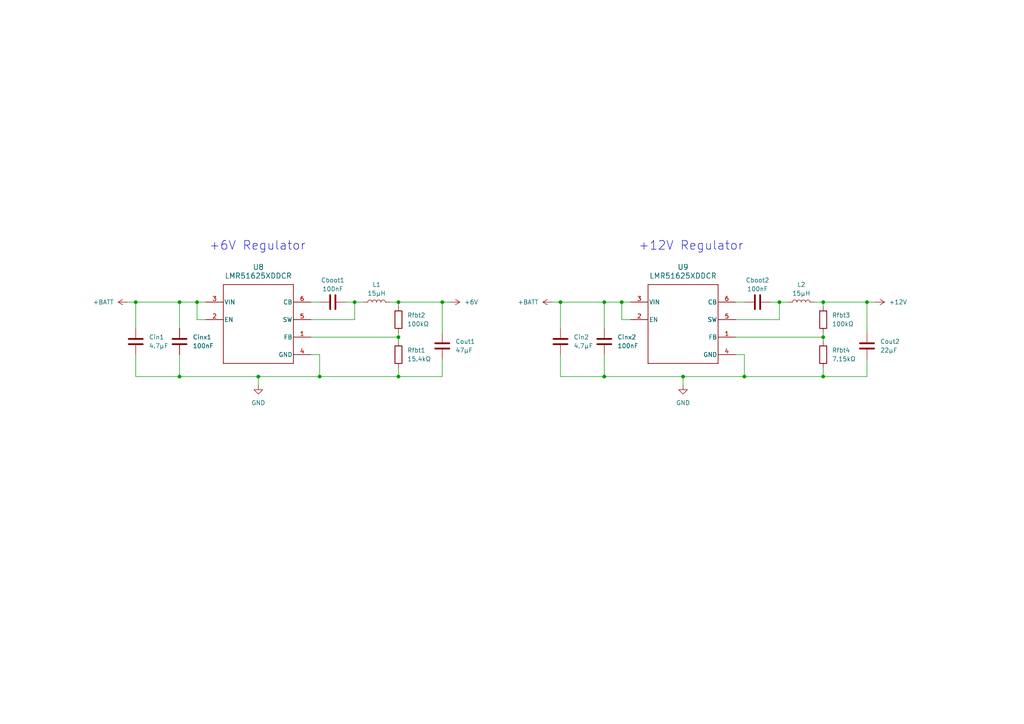
<source format=kicad_sch>
(kicad_sch (version 20250114) (generator "eeschema") (generator_version "9.0")
  (paper "A4")
  (title_block (title "Solenoid Control Board Voltage Regulators"))
  (lib_symbols
    (symbol "Device:C" (pin_numbers (hide yes)) (pin_names (offset 0.254))
      (property "Reference" "C" (at 0.635 2.54 0))
      (property "Value" "C" (at 0.635 -2.54 0))
      (symbol "C_0_1"
        (polyline (pts (xy -2.032 0.762) (xy 2.032 0.762)) (stroke (width 0.508)))
        (polyline (pts (xy -2.032 -0.762) (xy 2.032 -0.762)) (stroke (width 0.508)))
      )
      (symbol "C_1_1"
        (pin passive line (at 0 3.81 270) (length 2.794) (name "~") (number "1"))
        (pin passive line (at 0 -3.81 90) (length 2.794) (name "~") (number "2"))
      )
    )
    (symbol "Device:L" (pin_numbers (hide yes)) (pin_names (offset 1.016) (hide yes))
      (property "Reference" "L" (at -1.27 0 90))
      (property "Value" "L" (at 1.905 0 90))
      (symbol "L_0_1"
        (arc (start 0 2.54) (mid 0.6323 1.905) (end 0 1.27))
        (arc (start 0 1.27) (mid 0.6323 0.635) (end 0 0))
        (arc (start 0 0) (mid 0.6323 -0.635) (end 0 -1.27))
        (arc (start 0 -1.27) (mid 0.6323 -1.905) (end 0 -2.54))
      )
      (symbol "L_1_1"
        (pin passive line (at 0 3.81 270) (length 1.27) (name "1") (number "1"))
        (pin passive line (at 0 -3.81 90) (length 1.27) (name "2") (number "2"))
      )
    )
    (symbol "Device:R" (pin_numbers (hide yes)) (pin_names (offset 0))
      (property "Reference" "R" (at 2.032 0 90))
      (property "Value" "R" (at 0 0 90))
      (symbol "R_0_1"
        (rectangle (start -1.016 -2.54) (end 1.016 2.54) (stroke (width 0.254)))
      )
      (symbol "R_1_1"
        (pin passive line (at 0 3.81 270) (length 1.27) (name "~") (number "1"))
        (pin passive line (at 0 -3.81 90) (length 1.27) (name "~") (number "2"))
      )
    )
    (symbol "Downloaded:LMR51625XDDCR" (pin_names (offset 0.254))
      (property "Reference" "U" (at 15.24 9.398 0))
      (property "Value" "LMR51625XDDCR" (at 15.24 6.858 0))
      (symbol "LMR51625XDDCR_0_1"
        (polyline (pts (xy 5.08 5.08) (xy 5.08 -17.78)) (stroke (width 0.2032)))
        (polyline (pts (xy 5.08 -17.78) (xy 25.4 -17.78)) (stroke (width 0.2032)))
        (polyline (pts (xy 25.4 5.08) (xy 5.08 5.08)) (stroke (width 0.2032)))
        (polyline (pts (xy 25.4 -17.78) (xy 25.4 5.08)) (stroke (width 0.2032)))
        (pin power_in line (at 0 0 0) (length 5.08) (name "VIN") (number "3"))
        (pin input line (at 0 -5.08 0) (length 5.08) (name "EN") (number "2"))
        (pin power_in line (at 30.48 -15.24 180) (length 5.08) (name "GND") (number "4"))
      )
      (symbol "LMR51625XDDCR_1_1"
        (pin free line (at 30.48 0 180) (length 5.08) (name "CB") (number "6"))
        (pin free line (at 30.48 -5.08 180) (length 5.08) (name "SW") (number "5"))
        (pin free line (at 30.48 -10.16 180) (length 5.08) (name "FB") (number "1"))
      )
    )
    (symbol "power:+12V" (power) (pin_numbers (hide yes)) (pin_names (offset 0) (hide yes))
      (property "Value" "+12V" (at 0 3.556 0))
      (symbol "+12V_0_1"
        (polyline (pts (xy -0.762 1.27) (xy 0 2.54)))
        (polyline (pts (xy 0 2.54) (xy 0.762 1.27)))
        (polyline (pts (xy 0 0) (xy 0 2.54)))
      )
      (symbol "+12V_1_1"
        (pin power_in line (at 0 0 90) (length 0) (name "~") (number "1"))
      )
    )
    (symbol "power:+6V" (power) (pin_numbers (hide yes)) (pin_names (offset 0) (hide yes))
      (property "Value" "+6V" (at 0 3.556 0))
      (symbol "+6V_0_1"
        (polyline (pts (xy -0.762 1.27) (xy 0 2.54)))
        (polyline (pts (xy 0 2.54) (xy 0.762 1.27)))
        (polyline (pts (xy 0 0) (xy 0 2.54)))
      )
      (symbol "+6V_1_1"
        (pin power_in line (at 0 0 90) (length 0) (name "~") (number "1"))
      )
    )
    (symbol "power:+BATT" (power) (pin_numbers (hide yes)) (pin_names (offset 0) (hide yes))
      (property "Value" "+BATT" (at 0 3.556 0))
      (symbol "+BATT_0_1"
        (polyline (pts (xy -0.762 1.27) (xy 0 2.54)))
        (polyline (pts (xy 0 2.54) (xy 0.762 1.27)))
        (polyline (pts (xy 0 0) (xy 0 2.54)))
      )
      (symbol "+BATT_1_1"
        (pin power_in line (at 0 0 90) (length 0) (name "~") (number "1"))
      )
    )
    (symbol "power:GND" (power) (pin_numbers (hide yes)) (pin_names (offset 0) (hide yes))
      (property "Value" "GND" (at 0 -3.81 0))
      (symbol "GND_0_1"
        (polyline (pts (xy 0 0) (xy 0 -1.27) (xy 1.27 -1.27) (xy 0 -2.54) (xy -1.27 -1.27) (xy 0 -1.27)))
      )
      (symbol "GND_1_1"
        (pin power_in line (at 0 0 270) (length 0) (name "~") (number "1"))
      )
    )
  )
  (text "+6V Regulator" (at 74.676 71.374 0) (effects (font (size 2.54 2.54))))
  (text "+12V Regulator" (at 200.406 71.374 0) (effects (font (size 2.54 2.54))))
  (junction (at 57.15 87.63))
  (junction (at 215.9 109.22))
  (junction (at 115.57 87.63))
  (junction (at 180.34 87.63))
  (junction (at 39.37 87.63))
  (junction (at 238.76 109.22))
  (junction (at 238.76 87.63))
  (junction (at 162.56 87.63))
  (junction (at 175.26 109.22))
  (junction (at 74.93 109.22))
  (junction (at 52.07 109.22))
  (junction (at 128.27 87.63))
  (junction (at 238.76 97.79))
  (junction (at 175.26 87.63))
  (junction (at 115.57 109.22))
  (junction (at 115.57 97.79))
  (junction (at 198.12 109.22))
  (junction (at 52.07 87.63))
  (junction (at 251.46 87.63))
  (junction (at 102.87 87.63))
  (junction (at 226.06 87.63))
  (junction (at 92.71 109.22))
  (wire (pts (xy 213.36 97.79) (xy 238.76 97.79)))
  (wire (pts (xy 57.15 92.71) (xy 57.15 87.63)))
  (wire (pts (xy 115.57 97.79) (xy 115.57 99.06)))
  (wire (pts (xy 251.46 96.52) (xy 251.46 87.63)))
  (wire (pts (xy 215.9 109.22) (xy 238.76 109.22)))
  (wire (pts (xy 175.26 102.87) (xy 175.26 109.22)))
  (wire (pts (xy 90.17 97.79) (xy 115.57 97.79)))
  (wire (pts (xy 39.37 95.25) (xy 39.37 87.63)))
  (wire (pts (xy 39.37 102.87) (xy 39.37 109.22)))
  (wire (pts (xy 162.56 87.63) (xy 175.26 87.63)))
  (wire (pts (xy 175.26 87.63) (xy 175.26 95.25)))
  (wire (pts (xy 36.83 87.63) (xy 39.37 87.63)))
  (wire (pts (xy 92.71 87.63) (xy 90.17 87.63)))
  (wire (pts (xy 113.03 87.63) (xy 115.57 87.63)))
  (wire (pts (xy 115.57 109.22) (xy 128.27 109.22)))
  (wire (pts (xy 238.76 88.9) (xy 238.76 87.63)))
  (wire (pts (xy 251.46 104.14) (xy 251.46 109.22)))
  (wire (pts (xy 223.52 87.63) (xy 226.06 87.63)))
  (wire (pts (xy 100.33 87.63) (xy 102.87 87.63)))
  (wire (pts (xy 226.06 87.63) (xy 226.06 92.71)))
  (wire (pts (xy 115.57 87.63) (xy 128.27 87.63)))
  (wire (pts (xy 238.76 97.79) (xy 238.76 99.06)))
  (wire (pts (xy 90.17 92.71) (xy 102.87 92.71)))
  (wire (pts (xy 162.56 95.25) (xy 162.56 87.63)))
  (wire (pts (xy 115.57 106.68) (xy 115.57 109.22)))
  (wire (pts (xy 92.71 109.22) (xy 115.57 109.22)))
  (wire (pts (xy 236.22 87.63) (xy 238.76 87.63)))
  (wire (pts (xy 238.76 109.22) (xy 251.46 109.22)))
  (wire (pts (xy 251.46 87.63) (xy 254 87.63)))
  (wire (pts (xy 175.26 87.63) (xy 180.34 87.63)))
  (wire (pts (xy 182.88 92.71) (xy 180.34 92.71)))
  (wire (pts (xy 128.27 104.14) (xy 128.27 109.22)))
  (wire (pts (xy 115.57 97.79) (xy 115.57 96.52)))
  (wire (pts (xy 198.12 109.22) (xy 198.12 111.76)))
  (wire (pts (xy 238.76 87.63) (xy 251.46 87.63)))
  (wire (pts (xy 59.69 92.71) (xy 57.15 92.71)))
  (wire (pts (xy 238.76 106.68) (xy 238.76 109.22)))
  (wire (pts (xy 238.76 97.79) (xy 238.76 96.52)))
  (wire (pts (xy 52.07 87.63) (xy 57.15 87.63)))
  (wire (pts (xy 92.71 102.87) (xy 92.71 109.22)))
  (wire (pts (xy 213.36 92.71) (xy 226.06 92.71)))
  (wire (pts (xy 215.9 109.22) (xy 198.12 109.22)))
  (wire (pts (xy 57.15 87.63) (xy 59.69 87.63)))
  (wire (pts (xy 128.27 96.52) (xy 128.27 87.63)))
  (wire (pts (xy 74.93 109.22) (xy 74.93 111.76)))
  (wire (pts (xy 102.87 87.63) (xy 102.87 92.71)))
  (wire (pts (xy 215.9 87.63) (xy 213.36 87.63)))
  (wire (pts (xy 115.57 88.9) (xy 115.57 87.63)))
  (wire (pts (xy 175.26 109.22) (xy 198.12 109.22)))
  (wire (pts (xy 180.34 92.71) (xy 180.34 87.63)))
  (wire (pts (xy 162.56 102.87) (xy 162.56 109.22)))
  (wire (pts (xy 226.06 87.63) (xy 228.6 87.63)))
  (wire (pts (xy 180.34 87.63) (xy 182.88 87.63)))
  (wire (pts (xy 52.07 109.22) (xy 74.93 109.22)))
  (wire (pts (xy 162.56 109.22) (xy 175.26 109.22)))
  (wire (pts (xy 90.17 102.87) (xy 92.71 102.87)))
  (wire (pts (xy 128.27 87.63) (xy 130.81 87.63)))
  (wire (pts (xy 213.36 102.87) (xy 215.9 102.87)))
  (wire (pts (xy 92.71 109.22) (xy 74.93 109.22)))
  (wire (pts (xy 39.37 87.63) (xy 52.07 87.63)))
  (wire (pts (xy 215.9 102.87) (xy 215.9 109.22)))
  (wire (pts (xy 52.07 87.63) (xy 52.07 95.25)))
  (wire (pts (xy 102.87 87.63) (xy 105.41 87.63)))
  (wire (pts (xy 160.02 87.63) (xy 162.56 87.63)))
  (wire (pts (xy 52.07 102.87) (xy 52.07 109.22)))
  (wire (pts (xy 39.37 109.22) (xy 52.07 109.22)))
  (symbol (lib_id "Device:C") (at 128.27 100.33 0) (unit 1)
    (property "Reference" "Cout1" (at 132.08 99.0599 0) (effects (justify left)))
    (property "Value" "47μF" (at 132.08 101.5999 0) (effects (justify left)))
    (property "Description" "Unpolarized capacitor" (effects (hide yes)))
  )
  (symbol (lib_id "Device:R") (at 238.76 102.87 0) (unit 1)
    (property "Reference" "Rfbt4" (at 241.3 101.5999 0) (effects (justify left)))
    (property "Value" "7.15kΩ" (at 241.3 104.1399 0) (effects (justify left)))
    (property "Description" "Resistor" (effects (hide yes)))
  )
  (symbol (lib_id "Device:C") (at 251.46 100.33 0) (unit 1)
    (property "Reference" "Cout2" (at 255.27 99.0599 0) (effects (justify left)))
    (property "Value" "22μF" (at 255.27 101.5999 0) (effects (justify left)))
    (property "Description" "Unpolarized capacitor" (effects (hide yes)))
  )
  (symbol (lib_id "Device:L") (at 232.41 87.63 90) (unit 1)
    (property "Reference" "L2" (at 232.41 82.55 90))
    (property "Value" "15μH" (at 232.41 85.09 90))
    (property "Description" "Inductor" (effects (hide yes)))
  )
  (symbol (lib_id "Device:L") (at 109.22 87.63 90) (unit 1)
    (property "Reference" "L1" (at 109.22 82.55 90))
    (property "Value" "15μH" (at 109.22 85.09 90))
    (property "Description" "Inductor" (effects (hide yes)))
  )
  (symbol (lib_id "power:GND") (at 74.93 111.76 0) (unit 1)
    (property "Reference" "#PWR01" (effects (hide yes)))
    (property "Value" "GND" (at 74.93 116.84 0))
    (property "Description" "Power symbol creates a global label with name \"GND\" , ground" (effects (hide yes)))
  )
  (symbol (lib_id "Device:C") (at 39.37 99.06 0) (unit 1)
    (property "Reference" "Cin1" (at 43.18 97.7899 0) (effects (justify left)))
    (property "Value" "4.7μF" (at 43.18 100.3299 0) (effects (justify left)))
    (property "Description" "Unpolarized capacitor" (effects (hide yes)))
  )
  (symbol (lib_id "power:+12V") (at 254 87.63 270) (unit 1)
    (property "Reference" "#PWR029" (effects (hide yes)))
    (property "Value" "+12V" (at 257.81 87.6299 90) (effects (justify left)))
    (property "Description" "Power symbol creates a global label with name \"+12V\"" (effects (hide yes)))
  )
  (symbol (lib_id "Device:C") (at 96.52 87.63 90) (unit 1)
    (property "Reference" "Cboot1" (at 96.52 81.28 90))
    (property "Value" "100nF" (at 96.52 83.82 90))
    (property "Description" "Unpolarized capacitor" (effects (hide yes)))
  )
  (symbol (lib_id "power:+6V") (at 130.81 87.63 270) (unit 1)
    (property "Reference" "#PWR030" (effects (hide yes)))
    (property "Value" "+6V" (at 134.62 87.6299 90) (effects (justify left)))
    (property "Description" "Power symbol creates a global label with name \"+6V\"" (effects (hide yes)))
  )
  (symbol (lib_id "power:+BATT") (at 160.02 87.63 90) (unit 1)
    (property "Reference" "#PWR03" (effects (hide yes)))
    (property "Value" "+BATT" (at 156.21 87.6299 90) (effects (justify left)))
    (property "Description" "Power symbol creates a global label with name \"+BATT\"" (effects (hide yes)))
  )
  (symbol (lib_id "Device:C") (at 52.07 99.06 0) (unit 1)
    (property "Reference" "Cinx1" (at 55.88 97.7899 0) (effects (justify left)))
    (property "Value" "100nF" (at 55.88 100.3299 0) (effects (justify left)))
    (property "Description" "Unpolarized capacitor" (effects (hide yes)))
  )
  (symbol (lib_id "power:+BATT") (at 36.83 87.63 90) (unit 1)
    (property "Reference" "#PWR02" (effects (hide yes)))
    (property "Value" "+BATT" (at 33.02 87.6299 90) (effects (justify left)))
    (property "Description" "Power symbol creates a global label with name \"+BATT\"" (effects (hide yes)))
  )
  (symbol (lib_id "Device:R") (at 115.57 102.87 0) (unit 1)
    (property "Reference" "Rfbt1" (at 118.11 101.5999 0) (effects (justify left)))
    (property "Value" "15.4kΩ" (at 118.11 104.1399 0) (effects (justify left)))
    (property "Description" "Resistor" (effects (hide yes)))
  )
  (symbol (lib_id "Device:C") (at 175.26 99.06 0) (unit 1)
    (property "Reference" "Cinx2" (at 179.07 97.7899 0) (effects (justify left)))
    (property "Value" "100nF" (at 179.07 100.3299 0) (effects (justify left)))
    (property "Description" "Unpolarized capacitor" (effects (hide yes)))
  )
  (symbol (lib_id "Downloaded:LMR51625XDDCR") (at 182.88 87.63 0) (unit 1)
    (property "Reference" "U9" (at 198.12 77.47 0) (effects (font (size 1.524 1.524))))
    (property "Value" "LMR51625XDDCR" (at 198.12 80.01 0) (effects (font (size 1.524 1.524))))
    (property "Footprint" "Downloaded:DDC0006A-MFG" (effects (hide yes)))
    (property "Datasheet" "https://www.ti.com/lit/ds/symlink/lmr51625.pdf?ts=1744358839126" (effects (hide yes)))
    (property "Description" "SIMPLE SWITCHER SYNCHRONOUS BUCK" (effects (hide yes)))
  )
  (symbol (lib_id "Downloaded:LMR51625XDDCR") (at 59.69 87.63 0) (unit 1)
    (property "Reference" "U8" (at 74.93 77.47 0) (effects (font (size 1.524 1.524))))
    (property "Value" "LMR51625XDDCR" (at 74.93 80.01 0) (effects (font (size 1.524 1.524))))
    (property "Footprint" "Downloaded:DDC0006A-MFG" (effects (hide yes)))
    (property "Datasheet" "https://www.ti.com/lit/ds/symlink/lmr51625.pdf?ts=1744358839126" (effects (hide yes)))
    (property "Description" "SIMPLE SWITCHER SYNCHRONOUS BUCK" (effects (hide yes)))
  )
  (symbol (lib_id "Device:C") (at 162.56 99.06 0) (unit 1)
    (property "Reference" "Cin2" (at 166.37 97.7899 0) (effects (justify left)))
    (property "Value" "4.7μF" (at 166.37 100.3299 0) (effects (justify left)))
    (property "Description" "Unpolarized capacitor" (effects (hide yes)))
  )
  (symbol (lib_id "Device:C") (at 219.71 87.63 90) (unit 1)
    (property "Reference" "Cboot2" (at 219.71 81.28 90))
    (property "Value" "100nF" (at 219.71 83.82 90))
    (property "Description" "Unpolarized capacitor" (effects (hide yes)))
  )
  (symbol (lib_id "Device:R") (at 238.76 92.71 0) (unit 1)
    (property "Reference" "Rfbt3" (at 241.3 91.4399 0) (effects (justify left)))
    (property "Value" "100kΩ" (at 241.3 93.9799 0) (effects (justify left)))
    (property "Description" "Resistor" (effects (hide yes)))
  )
  (symbol (lib_id "Device:R") (at 115.57 92.71 0) (unit 1)
    (property "Reference" "Rfbt2" (at 118.11 91.4399 0) (effects (justify left)))
    (property "Value" "100kΩ" (at 118.11 93.9799 0) (effects (justify left)))
    (property "Description" "Resistor" (effects (hide yes)))
  )
  (symbol (lib_id "power:GND") (at 198.12 111.76 0) (unit 1)
    (property "Reference" "#PWR04" (effects (hide yes)))
    (property "Value" "GND" (at 198.12 116.84 0))
    (property "Description" "Power symbol creates a global label with name \"GND\" , ground" (effects (hide yes)))
  )
)
</source>
